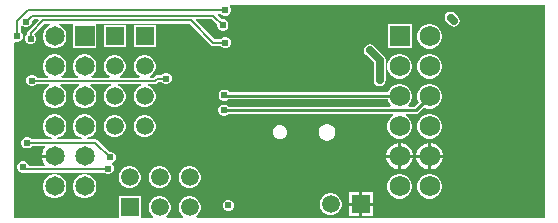
<source format=gbl>
G04*
G04 #@! TF.GenerationSoftware,Altium Limited,Altium Designer,23.3.1 (30)*
G04*
G04 Layer_Physical_Order=2*
G04 Layer_Color=16711680*
%FSLAX44Y44*%
%MOMM*%
G71*
G04*
G04 #@! TF.SameCoordinates,227133D6-10B2-4A23-B006-C6EDEEC3DFA4*
G04*
G04*
G04 #@! TF.FilePolarity,Positive*
G04*
G01*
G75*
%ADD12C,0.2540*%
%ADD16C,0.2032*%
%ADD34C,0.6350*%
%ADD37R,1.5000X1.5000*%
%ADD38C,1.5000*%
%ADD39R,1.6510X1.6510*%
%ADD40C,1.6510*%
%ADD41R,1.5000X1.5000*%
%ADD42C,1.7272*%
%ADD43R,1.6764X1.6764*%
%ADD44C,0.6096*%
G36*
X707316Y252805D02*
X412227D01*
X411887Y254074D01*
X412097Y254196D01*
X413824Y255923D01*
X415046Y258039D01*
X415678Y260399D01*
Y262841D01*
X415046Y265201D01*
X413824Y267317D01*
X412097Y269044D01*
X409981Y270266D01*
X407621Y270898D01*
X405178D01*
X402819Y270266D01*
X400703Y269044D01*
X398976Y267317D01*
X397754Y265201D01*
X397122Y262841D01*
Y260399D01*
X397754Y258039D01*
X398976Y255923D01*
X400703Y254196D01*
X400913Y254074D01*
X400573Y252805D01*
X386827D01*
X386487Y254074D01*
X386697Y254196D01*
X388424Y255923D01*
X389646Y258039D01*
X390278Y260399D01*
Y262841D01*
X389646Y265201D01*
X388424Y267317D01*
X386697Y269044D01*
X384581Y270266D01*
X382221Y270898D01*
X379779D01*
X377419Y270266D01*
X375303Y269044D01*
X373576Y267317D01*
X372354Y265201D01*
X371722Y262841D01*
Y260399D01*
X372354Y258039D01*
X373576Y255923D01*
X375303Y254196D01*
X375513Y254074D01*
X375173Y252805D01*
X364878D01*
Y270898D01*
X346322D01*
Y252805D01*
X257885D01*
Y400791D01*
X258941Y401496D01*
X259181Y401397D01*
X261101D01*
X262875Y402132D01*
X264232Y403489D01*
X264967Y405263D01*
Y407183D01*
X264232Y408956D01*
X263199Y409990D01*
Y414996D01*
X264469Y415522D01*
X265236Y414755D01*
X267010Y414020D01*
X268930D01*
X270704Y414755D01*
X272061Y416112D01*
X272796Y417886D01*
Y419643D01*
X274230Y421077D01*
X278114D01*
X278600Y419904D01*
X269701Y411004D01*
X269083Y410080D01*
X268866Y408990D01*
X268866Y408990D01*
Y408279D01*
X267689Y407102D01*
X266954Y405328D01*
Y403408D01*
X267689Y401634D01*
X269046Y400277D01*
X270820Y399542D01*
X272740D01*
X274514Y400277D01*
X275871Y401634D01*
X276606Y403408D01*
Y405328D01*
X275871Y407102D01*
X274863Y408110D01*
X283767Y417013D01*
X288038D01*
X288227Y415749D01*
X285940Y414428D01*
X284072Y412560D01*
X282751Y410273D01*
X282067Y407721D01*
Y405079D01*
X282751Y402527D01*
X284072Y400240D01*
X285940Y398372D01*
X288227Y397051D01*
X290779Y396367D01*
X293421D01*
X295973Y397051D01*
X298260Y398372D01*
X300128Y400240D01*
X301449Y402527D01*
X302133Y405079D01*
Y407721D01*
X301449Y410273D01*
X300128Y412560D01*
X298260Y414428D01*
X295973Y415749D01*
X296162Y417013D01*
X306437D01*
X307467Y416433D01*
X307467Y415743D01*
Y396367D01*
X327533D01*
Y415743D01*
X327533Y416433D01*
X328563Y417013D01*
X406236D01*
X424198Y399052D01*
X425122Y398434D01*
X426212Y398217D01*
X426212Y398217D01*
X432650D01*
X433892Y396975D01*
X435666Y396240D01*
X437586D01*
X439360Y396975D01*
X440717Y398332D01*
X441452Y400106D01*
Y402026D01*
X440717Y403800D01*
X439360Y405157D01*
X437586Y405892D01*
X435666D01*
X433892Y405157D01*
X432650Y403915D01*
X427392D01*
X411403Y419904D01*
X411889Y421077D01*
X425206D01*
X429601Y416682D01*
Y414925D01*
X430336Y413151D01*
X431693Y411794D01*
X433467Y411059D01*
X435387D01*
X437161Y411794D01*
X438518Y413151D01*
X439253Y414925D01*
Y416845D01*
X438518Y418619D01*
X437161Y419976D01*
X435387Y420711D01*
X433630D01*
X429865Y424476D01*
X430351Y425649D01*
X432623D01*
X433866Y424407D01*
X435640Y423672D01*
X437560D01*
X439333Y424407D01*
X440691Y425764D01*
X441426Y427538D01*
Y429458D01*
X440691Y431232D01*
X440197Y431726D01*
X440723Y432995D01*
X707316D01*
Y252805D01*
D02*
G37*
%LPC*%
G36*
X627380Y427198D02*
X625447Y426814D01*
X623809Y425719D01*
X622714Y424081D01*
X622330Y422148D01*
X622714Y420215D01*
X623809Y418577D01*
X626603Y415783D01*
X628241Y414688D01*
X630174Y414304D01*
X632107Y414688D01*
X633745Y415783D01*
X634840Y417421D01*
X635224Y419354D01*
X634840Y421287D01*
X633745Y422925D01*
X630951Y425719D01*
X629313Y426814D01*
X627380Y427198D01*
D02*
G37*
G36*
X377578Y415678D02*
X359022D01*
Y397122D01*
X377578D01*
Y415678D01*
D02*
G37*
G36*
X352178D02*
X333622D01*
Y397122D01*
X352178D01*
Y415678D01*
D02*
G37*
G36*
X594360Y416560D02*
X574040D01*
Y396240D01*
X594360D01*
Y416560D01*
D02*
G37*
G36*
X610971Y416814D02*
X608229D01*
X605580Y416104D01*
X603206Y414733D01*
X601267Y412794D01*
X599896Y410420D01*
X599186Y407771D01*
Y405029D01*
X599896Y402380D01*
X601267Y400006D01*
X603206Y398067D01*
X605580Y396696D01*
X608229Y395986D01*
X610971D01*
X613620Y396696D01*
X615994Y398067D01*
X617933Y400006D01*
X619304Y402380D01*
X620014Y405029D01*
Y407771D01*
X619304Y410420D01*
X617933Y412794D01*
X615994Y414733D01*
X613620Y416104D01*
X610971Y416814D01*
D02*
G37*
G36*
X318821Y391033D02*
X316179D01*
X313627Y390349D01*
X311340Y389028D01*
X309472Y387160D01*
X308151Y384873D01*
X307467Y382321D01*
Y379679D01*
X308151Y377127D01*
X309472Y374840D01*
X311340Y372972D01*
X311857Y372673D01*
X311517Y371403D01*
X298083D01*
X297743Y372673D01*
X298260Y372972D01*
X300128Y374840D01*
X301449Y377127D01*
X302133Y379679D01*
Y382321D01*
X301449Y384873D01*
X300128Y387160D01*
X298260Y389028D01*
X295973Y390349D01*
X293421Y391033D01*
X290779D01*
X288227Y390349D01*
X285940Y389028D01*
X284072Y387160D01*
X282751Y384873D01*
X282067Y382321D01*
Y379679D01*
X282751Y377127D01*
X284072Y374840D01*
X285940Y372972D01*
X286457Y372673D01*
X286117Y371403D01*
X277199D01*
X277141Y371542D01*
X275784Y372899D01*
X274010Y373634D01*
X272090D01*
X270316Y372899D01*
X268959Y371542D01*
X268224Y369768D01*
Y367848D01*
X268959Y366074D01*
X270316Y364717D01*
X272090Y363982D01*
X274010D01*
X275784Y364717D01*
X276772Y365705D01*
X286997D01*
X287337Y364435D01*
X285940Y363628D01*
X284072Y361760D01*
X282751Y359473D01*
X282067Y356921D01*
Y354279D01*
X282751Y351727D01*
X284072Y349440D01*
X285940Y347572D01*
X288227Y346251D01*
X290779Y345567D01*
X293421D01*
X295973Y346251D01*
X298260Y347572D01*
X300128Y349440D01*
X301449Y351727D01*
X302133Y354279D01*
Y356921D01*
X301449Y359473D01*
X300128Y361760D01*
X298260Y363628D01*
X296863Y364435D01*
X297203Y365705D01*
X312397D01*
X312737Y364435D01*
X311340Y363628D01*
X309472Y361760D01*
X308151Y359473D01*
X307467Y356921D01*
Y354279D01*
X308151Y351727D01*
X309472Y349440D01*
X311340Y347572D01*
X313627Y346251D01*
X316179Y345567D01*
X318821D01*
X321373Y346251D01*
X323660Y347572D01*
X325528Y349440D01*
X326849Y351727D01*
X327533Y354279D01*
Y356921D01*
X326849Y359473D01*
X325528Y361760D01*
X323660Y363628D01*
X322263Y364435D01*
X322603Y365705D01*
X339859D01*
X340026Y364435D01*
X339319Y364246D01*
X337203Y363024D01*
X335476Y361297D01*
X334254Y359181D01*
X333622Y356822D01*
Y354379D01*
X334254Y352019D01*
X335476Y349903D01*
X337203Y348176D01*
X339319Y346954D01*
X341679Y346322D01*
X344122D01*
X346481Y346954D01*
X348597Y348176D01*
X350324Y349903D01*
X351546Y352019D01*
X352178Y354379D01*
Y356822D01*
X351546Y359181D01*
X350324Y361297D01*
X348597Y363024D01*
X346481Y364246D01*
X345774Y364435D01*
X345941Y365705D01*
X365259D01*
X365426Y364435D01*
X364719Y364246D01*
X362603Y363024D01*
X360876Y361297D01*
X359654Y359181D01*
X359022Y356822D01*
Y354379D01*
X359654Y352019D01*
X360876Y349903D01*
X362603Y348176D01*
X364719Y346954D01*
X367079Y346322D01*
X369521D01*
X371881Y346954D01*
X373997Y348176D01*
X375724Y349903D01*
X376946Y352019D01*
X377578Y354379D01*
Y356822D01*
X376946Y359181D01*
X375724Y361297D01*
X373997Y363024D01*
X371881Y364246D01*
X371174Y364435D01*
X371341Y365705D01*
X376682D01*
X376682Y365705D01*
X377772Y365922D01*
X378696Y366540D01*
X379894Y367737D01*
X382358D01*
X383600Y366495D01*
X385374Y365760D01*
X387294D01*
X389068Y366495D01*
X390425Y367852D01*
X391160Y369626D01*
Y371546D01*
X390425Y373320D01*
X389068Y374677D01*
X387294Y375412D01*
X385374D01*
X383600Y374677D01*
X382358Y373435D01*
X378714D01*
X378714Y373435D01*
X377624Y373218D01*
X376700Y372600D01*
X375502Y371403D01*
X372773D01*
X372433Y372673D01*
X373997Y373576D01*
X375724Y375303D01*
X376946Y377419D01*
X377578Y379779D01*
Y382221D01*
X376946Y384581D01*
X375724Y386697D01*
X373997Y388424D01*
X371881Y389646D01*
X369521Y390278D01*
X367079D01*
X364719Y389646D01*
X362603Y388424D01*
X360876Y386697D01*
X359654Y384581D01*
X359022Y382221D01*
Y379779D01*
X359654Y377419D01*
X360876Y375303D01*
X362603Y373576D01*
X364167Y372673D01*
X363827Y371403D01*
X347373D01*
X347033Y372673D01*
X348597Y373576D01*
X350324Y375303D01*
X351546Y377419D01*
X352178Y379779D01*
Y382221D01*
X351546Y384581D01*
X350324Y386697D01*
X348597Y388424D01*
X346481Y389646D01*
X344122Y390278D01*
X341679D01*
X339319Y389646D01*
X337203Y388424D01*
X335476Y386697D01*
X334254Y384581D01*
X333622Y382221D01*
Y379779D01*
X334254Y377419D01*
X335476Y375303D01*
X337203Y373576D01*
X338767Y372673D01*
X338427Y371403D01*
X323483D01*
X323143Y372673D01*
X323660Y372972D01*
X325528Y374840D01*
X326849Y377127D01*
X327533Y379679D01*
Y382321D01*
X326849Y384873D01*
X325528Y387160D01*
X323660Y389028D01*
X321373Y390349D01*
X318821Y391033D01*
D02*
G37*
G36*
X610971Y391414D02*
X608229D01*
X605580Y390704D01*
X603206Y389333D01*
X601267Y387394D01*
X599896Y385020D01*
X599186Y382371D01*
Y379629D01*
X599896Y376980D01*
X601267Y374606D01*
X603206Y372667D01*
X605580Y371296D01*
X608229Y370586D01*
X610971D01*
X613620Y371296D01*
X615994Y372667D01*
X617933Y374606D01*
X619304Y376980D01*
X620014Y379629D01*
Y382371D01*
X619304Y385020D01*
X617933Y387394D01*
X615994Y389333D01*
X613620Y390704D01*
X610971Y391414D01*
D02*
G37*
G36*
X585571D02*
X582829D01*
X580180Y390704D01*
X577806Y389333D01*
X575867Y387394D01*
X574496Y385020D01*
X573786Y382371D01*
Y379629D01*
X574496Y376980D01*
X575867Y374606D01*
X577806Y372667D01*
X580180Y371296D01*
X582829Y370586D01*
X585571D01*
X588220Y371296D01*
X590594Y372667D01*
X592533Y374606D01*
X593904Y376980D01*
X594614Y379629D01*
Y382371D01*
X593904Y385020D01*
X592533Y387394D01*
X590594Y389333D01*
X588220Y390704D01*
X585571Y391414D01*
D02*
G37*
G36*
X559054Y399512D02*
X557121Y399128D01*
X555483Y398033D01*
X554388Y396395D01*
X554004Y394462D01*
X554388Y392529D01*
X555483Y390891D01*
X562132Y384242D01*
Y369170D01*
X562516Y367237D01*
X563611Y365599D01*
X565249Y364504D01*
X567182Y364120D01*
X569115Y364504D01*
X570753Y365599D01*
X571848Y367237D01*
X572232Y369170D01*
Y386334D01*
X571848Y388267D01*
X570753Y389905D01*
X562625Y398033D01*
X560987Y399128D01*
X559054Y399512D01*
D02*
G37*
G36*
X610971Y366014D02*
X608229D01*
X605580Y365304D01*
X603206Y363933D01*
X601267Y361994D01*
X599896Y359620D01*
X599186Y356971D01*
Y354229D01*
X599896Y351580D01*
X600368Y350763D01*
X596483Y346878D01*
X592001D01*
X591475Y348148D01*
X592533Y349206D01*
X593904Y351580D01*
X594614Y354229D01*
Y356971D01*
X593904Y359620D01*
X592533Y361994D01*
X590594Y363933D01*
X588220Y365304D01*
X585571Y366014D01*
X582829D01*
X580180Y365304D01*
X577806Y363933D01*
X575867Y361994D01*
X574496Y359620D01*
X574368Y359143D01*
X439873D01*
X439847Y359204D01*
X438490Y360561D01*
X436716Y361296D01*
X434796D01*
X433022Y360561D01*
X431665Y359204D01*
X430930Y357430D01*
Y355510D01*
X431665Y353736D01*
X433022Y352379D01*
X434796Y351644D01*
X436716D01*
X438490Y352379D01*
X439038Y352927D01*
X574135D01*
X574496Y351580D01*
X575867Y349206D01*
X576925Y348148D01*
X576399Y346878D01*
X439219D01*
X438236Y347861D01*
X436462Y348596D01*
X434542D01*
X432768Y347861D01*
X431411Y346504D01*
X430676Y344730D01*
Y342810D01*
X431411Y341036D01*
X432768Y339679D01*
X434542Y338944D01*
X436462D01*
X438236Y339679D01*
X439219Y340662D01*
X578953D01*
X579294Y339392D01*
X577806Y338533D01*
X575867Y336594D01*
X574496Y334220D01*
X573786Y331571D01*
Y328829D01*
X574496Y326180D01*
X575867Y323806D01*
X577806Y321867D01*
X580180Y320496D01*
X582829Y319786D01*
X585571D01*
X588220Y320496D01*
X590594Y321867D01*
X592533Y323806D01*
X593904Y326180D01*
X594614Y328829D01*
Y331571D01*
X593904Y334220D01*
X592533Y336594D01*
X590594Y338533D01*
X589106Y339392D01*
X589447Y340662D01*
X597770D01*
X598959Y340899D01*
X599967Y341572D01*
X604763Y346368D01*
X605580Y345896D01*
X608229Y345186D01*
X610971D01*
X613620Y345896D01*
X615994Y347267D01*
X617933Y349206D01*
X619304Y351580D01*
X620014Y354229D01*
Y356971D01*
X619304Y359620D01*
X617933Y361994D01*
X615994Y363933D01*
X613620Y365304D01*
X610971Y366014D01*
D02*
G37*
G36*
X369521Y339478D02*
X367079D01*
X364719Y338846D01*
X362603Y337624D01*
X360876Y335897D01*
X359654Y333781D01*
X359022Y331422D01*
Y328979D01*
X359654Y326619D01*
X360876Y324503D01*
X362603Y322776D01*
X364719Y321554D01*
X367079Y320922D01*
X369521D01*
X371881Y321554D01*
X373997Y322776D01*
X375724Y324503D01*
X376946Y326619D01*
X377578Y328979D01*
Y331422D01*
X376946Y333781D01*
X375724Y335897D01*
X373997Y337624D01*
X371881Y338846D01*
X369521Y339478D01*
D02*
G37*
G36*
X344122D02*
X341679D01*
X339319Y338846D01*
X337203Y337624D01*
X335476Y335897D01*
X334254Y333781D01*
X333622Y331422D01*
Y328979D01*
X334254Y326619D01*
X335476Y324503D01*
X337203Y322776D01*
X339319Y321554D01*
X341679Y320922D01*
X344122D01*
X346481Y321554D01*
X348597Y322776D01*
X350324Y324503D01*
X351546Y326619D01*
X352178Y328979D01*
Y331422D01*
X351546Y333781D01*
X350324Y335897D01*
X348597Y337624D01*
X346481Y338846D01*
X344122Y339478D01*
D02*
G37*
G36*
X610971Y340614D02*
X608229D01*
X605580Y339904D01*
X603206Y338533D01*
X601267Y336594D01*
X599896Y334220D01*
X599186Y331571D01*
Y328829D01*
X599896Y326180D01*
X601267Y323806D01*
X603206Y321867D01*
X605580Y320496D01*
X608229Y319786D01*
X610971D01*
X613620Y320496D01*
X615994Y321867D01*
X617933Y323806D01*
X619304Y326180D01*
X620014Y328829D01*
Y331571D01*
X619304Y334220D01*
X617933Y336594D01*
X615994Y338533D01*
X613620Y339904D01*
X610971Y340614D01*
D02*
G37*
G36*
X483799Y331148D02*
X481401D01*
X479185Y330230D01*
X477490Y328535D01*
X476572Y326319D01*
Y323921D01*
X477490Y321705D01*
X479185Y320010D01*
X481401Y319092D01*
X483799D01*
X486015Y320010D01*
X487710Y321705D01*
X488628Y323921D01*
Y326319D01*
X487710Y328535D01*
X486015Y330230D01*
X483799Y331148D01*
D02*
G37*
G36*
X318821Y340233D02*
X316179D01*
X313627Y339549D01*
X311340Y338228D01*
X309472Y336360D01*
X308151Y334073D01*
X307467Y331521D01*
Y328879D01*
X308151Y326327D01*
X309472Y324040D01*
X311340Y322172D01*
X313627Y320851D01*
X315501Y320349D01*
X315334Y319079D01*
X294266D01*
X294099Y320349D01*
X295973Y320851D01*
X298260Y322172D01*
X300128Y324040D01*
X301449Y326327D01*
X302133Y328879D01*
Y331521D01*
X301449Y334073D01*
X300128Y336360D01*
X298260Y338228D01*
X295973Y339549D01*
X293421Y340233D01*
X290779D01*
X288227Y339549D01*
X285940Y338228D01*
X284072Y336360D01*
X282751Y334073D01*
X282067Y331521D01*
Y328879D01*
X282751Y326327D01*
X284072Y324040D01*
X285940Y322172D01*
X288227Y320851D01*
X290101Y320349D01*
X289934Y319079D01*
X272708D01*
X271466Y320321D01*
X269692Y321056D01*
X267772D01*
X265998Y320321D01*
X264641Y318964D01*
X263906Y317190D01*
Y315270D01*
X264641Y313496D01*
X265998Y312139D01*
X267772Y311404D01*
X269692D01*
X271466Y312139D01*
X272708Y313381D01*
X283755D01*
X284242Y312208D01*
X283462Y311428D01*
X282041Y308967D01*
X281305Y306221D01*
Y306070D01*
X292100D01*
Y303530D01*
X281305D01*
Y303379D01*
X282041Y300633D01*
X283462Y298172D01*
X283860Y297773D01*
X283375Y296600D01*
X270256D01*
Y296616D01*
X269521Y298390D01*
X268164Y299747D01*
X266390Y300482D01*
X264470D01*
X262696Y299747D01*
X261339Y298390D01*
X260604Y296616D01*
Y294696D01*
X261339Y292922D01*
X262696Y291565D01*
X264470Y290830D01*
X266390D01*
X266814Y291006D01*
X267335Y290902D01*
X267335Y290902D01*
X333971D01*
X334578Y290295D01*
X336352Y289560D01*
X338272D01*
X340046Y290295D01*
X341403Y291652D01*
X342138Y293426D01*
Y295346D01*
X341403Y297120D01*
X340679Y297844D01*
X340977Y299342D01*
X341824Y299693D01*
X343181Y301050D01*
X343916Y302824D01*
Y304744D01*
X343181Y306518D01*
X341824Y307875D01*
X340050Y308610D01*
X338293D01*
X328658Y318244D01*
X327734Y318862D01*
X326644Y319079D01*
X326644Y319079D01*
X319666D01*
X319499Y320349D01*
X321373Y320851D01*
X323660Y322172D01*
X325528Y324040D01*
X326849Y326327D01*
X327533Y328879D01*
Y331521D01*
X326849Y334073D01*
X325528Y336360D01*
X323660Y338228D01*
X321373Y339549D01*
X318821Y340233D01*
D02*
G37*
G36*
X523525Y332148D02*
X521675D01*
X519887Y331669D01*
X518285Y330744D01*
X516976Y329435D01*
X516051Y327833D01*
X515572Y326045D01*
Y324195D01*
X516051Y322407D01*
X516976Y320805D01*
X518285Y319496D01*
X519887Y318571D01*
X521675Y318092D01*
X523525D01*
X525313Y318571D01*
X526915Y319496D01*
X528224Y320805D01*
X529149Y322407D01*
X529628Y324195D01*
Y326045D01*
X529149Y327833D01*
X528224Y329435D01*
X526915Y330744D01*
X525313Y331669D01*
X523525Y332148D01*
D02*
G37*
G36*
X611071Y315976D02*
X610870D01*
Y306070D01*
X620776D01*
Y306271D01*
X620014Y309114D01*
X618543Y311662D01*
X616462Y313743D01*
X613914Y315214D01*
X611071Y315976D01*
D02*
G37*
G36*
X608330D02*
X608129D01*
X605286Y315214D01*
X602738Y313743D01*
X600657Y311662D01*
X599186Y309114D01*
X598424Y306271D01*
Y306070D01*
X608330D01*
Y315976D01*
D02*
G37*
G36*
X585671D02*
X585470D01*
Y306070D01*
X595376D01*
Y306271D01*
X594614Y309114D01*
X593143Y311662D01*
X591062Y313743D01*
X588514Y315214D01*
X585671Y315976D01*
D02*
G37*
G36*
X582930D02*
X582729D01*
X579886Y315214D01*
X577338Y313743D01*
X575257Y311662D01*
X573786Y309114D01*
X573024Y306271D01*
Y306070D01*
X582930D01*
Y315976D01*
D02*
G37*
G36*
X620776Y303530D02*
X610870D01*
Y293624D01*
X611071D01*
X613914Y294386D01*
X616462Y295857D01*
X618543Y297938D01*
X620014Y300486D01*
X620776Y303329D01*
Y303530D01*
D02*
G37*
G36*
X608330D02*
X598424D01*
Y303329D01*
X599186Y300486D01*
X600657Y297938D01*
X602738Y295857D01*
X605286Y294386D01*
X608129Y293624D01*
X608330D01*
Y303530D01*
D02*
G37*
G36*
X595376D02*
X585470D01*
Y293624D01*
X585671D01*
X588514Y294386D01*
X591062Y295857D01*
X593143Y297938D01*
X594614Y300486D01*
X595376Y303329D01*
Y303530D01*
D02*
G37*
G36*
X582930D02*
X573024D01*
Y303329D01*
X573786Y300486D01*
X575257Y297938D01*
X577338Y295857D01*
X579886Y294386D01*
X582729Y293624D01*
X582930D01*
Y303530D01*
D02*
G37*
G36*
X407621Y296298D02*
X405178D01*
X402819Y295666D01*
X400703Y294444D01*
X398976Y292717D01*
X397754Y290601D01*
X397122Y288242D01*
Y285798D01*
X397754Y283439D01*
X398976Y281323D01*
X400703Y279596D01*
X402819Y278374D01*
X405178Y277742D01*
X407621D01*
X409981Y278374D01*
X412097Y279596D01*
X413824Y281323D01*
X415046Y283439D01*
X415678Y285798D01*
Y288242D01*
X415046Y290601D01*
X413824Y292717D01*
X412097Y294444D01*
X409981Y295666D01*
X407621Y296298D01*
D02*
G37*
G36*
X382221D02*
X379779D01*
X377419Y295666D01*
X375303Y294444D01*
X373576Y292717D01*
X372354Y290601D01*
X371722Y288242D01*
Y285798D01*
X372354Y283439D01*
X373576Y281323D01*
X375303Y279596D01*
X377419Y278374D01*
X379779Y277742D01*
X382221D01*
X384581Y278374D01*
X386697Y279596D01*
X388424Y281323D01*
X389646Y283439D01*
X390278Y285798D01*
Y288242D01*
X389646Y290601D01*
X388424Y292717D01*
X386697Y294444D01*
X384581Y295666D01*
X382221Y296298D01*
D02*
G37*
G36*
X356822D02*
X354379D01*
X352019Y295666D01*
X349903Y294444D01*
X348176Y292717D01*
X346954Y290601D01*
X346322Y288242D01*
Y285798D01*
X346954Y283439D01*
X348176Y281323D01*
X349903Y279596D01*
X352019Y278374D01*
X354379Y277742D01*
X356822D01*
X359181Y278374D01*
X361297Y279596D01*
X363024Y281323D01*
X364246Y283439D01*
X364878Y285798D01*
Y288242D01*
X364246Y290601D01*
X363024Y292717D01*
X361297Y294444D01*
X359181Y295666D01*
X356822Y296298D01*
D02*
G37*
G36*
X318821Y289433D02*
X316179D01*
X313627Y288749D01*
X311340Y287428D01*
X309472Y285560D01*
X308151Y283273D01*
X307467Y280721D01*
Y278079D01*
X308151Y275527D01*
X309472Y273240D01*
X311340Y271372D01*
X313627Y270051D01*
X316179Y269367D01*
X318821D01*
X321373Y270051D01*
X323660Y271372D01*
X325528Y273240D01*
X326849Y275527D01*
X327533Y278079D01*
Y280721D01*
X326849Y283273D01*
X325528Y285560D01*
X323660Y287428D01*
X321373Y288749D01*
X318821Y289433D01*
D02*
G37*
G36*
X293421D02*
X290779D01*
X288227Y288749D01*
X285940Y287428D01*
X284072Y285560D01*
X282751Y283273D01*
X282067Y280721D01*
Y278079D01*
X282751Y275527D01*
X284072Y273240D01*
X285940Y271372D01*
X288227Y270051D01*
X290779Y269367D01*
X293421D01*
X295973Y270051D01*
X298260Y271372D01*
X300128Y273240D01*
X301449Y275527D01*
X302133Y278079D01*
Y280721D01*
X301449Y283273D01*
X300128Y285560D01*
X298260Y287428D01*
X295973Y288749D01*
X293421Y289433D01*
D02*
G37*
G36*
X610971Y289814D02*
X608229D01*
X605580Y289104D01*
X603206Y287733D01*
X601267Y285794D01*
X599896Y283420D01*
X599186Y280771D01*
Y278029D01*
X599896Y275380D01*
X601267Y273006D01*
X603206Y271067D01*
X605580Y269696D01*
X608229Y268986D01*
X610971D01*
X613620Y269696D01*
X615994Y271067D01*
X617933Y273006D01*
X619304Y275380D01*
X620014Y278029D01*
Y280771D01*
X619304Y283420D01*
X617933Y285794D01*
X615994Y287733D01*
X613620Y289104D01*
X610971Y289814D01*
D02*
G37*
G36*
X585571D02*
X582829D01*
X580180Y289104D01*
X577806Y287733D01*
X575867Y285794D01*
X574496Y283420D01*
X573786Y280771D01*
Y278029D01*
X574496Y275380D01*
X575867Y273006D01*
X577806Y271067D01*
X580180Y269696D01*
X582829Y268986D01*
X585571D01*
X588220Y269696D01*
X590594Y271067D01*
X592533Y273006D01*
X593904Y275380D01*
X594614Y278029D01*
Y280771D01*
X593904Y283420D01*
X592533Y285794D01*
X590594Y287733D01*
X588220Y289104D01*
X585571Y289814D01*
D02*
G37*
G36*
X561220Y274200D02*
X552450D01*
Y265430D01*
X561220D01*
Y274200D01*
D02*
G37*
G36*
X549910D02*
X541140D01*
Y265430D01*
X549910D01*
Y274200D01*
D02*
G37*
G36*
X440126Y267970D02*
X438206D01*
X436432Y267235D01*
X435075Y265878D01*
X434340Y264104D01*
Y262184D01*
X435075Y260410D01*
X436432Y259053D01*
X438206Y258318D01*
X440126D01*
X441900Y259053D01*
X443257Y260410D01*
X443992Y262184D01*
Y264104D01*
X443257Y265878D01*
X441900Y267235D01*
X440126Y267970D01*
D02*
G37*
G36*
X527001Y273438D02*
X524558D01*
X522199Y272806D01*
X520083Y271584D01*
X518356Y269857D01*
X517134Y267741D01*
X516502Y265382D01*
Y262938D01*
X517134Y260579D01*
X518356Y258463D01*
X520083Y256736D01*
X522199Y255514D01*
X524558Y254882D01*
X527001D01*
X529361Y255514D01*
X531477Y256736D01*
X533204Y258463D01*
X534426Y260579D01*
X535058Y262938D01*
Y265382D01*
X534426Y267741D01*
X533204Y269857D01*
X531477Y271584D01*
X529361Y272806D01*
X527001Y273438D01*
D02*
G37*
G36*
X561220Y262890D02*
X552450D01*
Y254120D01*
X561220D01*
Y262890D01*
D02*
G37*
G36*
X549910D02*
X541140D01*
Y254120D01*
X549910D01*
Y262890D01*
D02*
G37*
%LPD*%
D12*
X597770Y343770D02*
X609600Y355600D01*
X435502Y343770D02*
X597770D01*
X435756Y356470D02*
X436191Y356035D01*
X583765D02*
X584200Y355600D01*
X436191Y356035D02*
X583765D01*
D16*
X271715Y404433D02*
X271780Y404368D01*
X271715Y408990D02*
X282587Y419862D01*
X407416D01*
X271715Y404433D02*
Y408990D01*
X426386Y423926D02*
X434427Y415885D01*
X407416Y419862D02*
X426212Y401066D01*
X273050Y423926D02*
X426386D01*
X267970Y418846D02*
X273050Y423926D01*
X269360Y428498D02*
X436600D01*
X260350Y419488D02*
X269360Y428498D01*
X260350Y406432D02*
Y419488D01*
X260141Y406223D02*
X260350Y406432D01*
X426212Y401066D02*
X436626D01*
X273050Y368808D02*
X273304Y368554D01*
X376682D01*
X268732Y316230D02*
X326644D01*
X339090Y303784D01*
X265430Y295656D02*
X267335Y293751D01*
X336677D01*
X337312Y294386D01*
X376682Y368554D02*
X378714Y370586D01*
X386334D01*
D34*
X559054Y394462D02*
X567182Y386334D01*
Y369170D02*
Y386334D01*
X627380Y422148D02*
X630174Y419354D01*
D37*
X551180Y264160D02*
D03*
X355600Y261620D02*
D03*
D38*
X525780Y264160D02*
D03*
X368300Y381000D02*
D03*
Y355600D02*
D03*
Y330200D02*
D03*
X342900Y381000D02*
D03*
Y355600D02*
D03*
Y330200D02*
D03*
X355600Y287020D02*
D03*
X381000Y261620D02*
D03*
Y287020D02*
D03*
X406400Y261620D02*
D03*
Y287020D02*
D03*
D39*
X317500Y406400D02*
D03*
D40*
Y381000D02*
D03*
Y355600D02*
D03*
Y330200D02*
D03*
Y304800D02*
D03*
Y279400D02*
D03*
X292100Y406400D02*
D03*
Y381000D02*
D03*
Y355600D02*
D03*
Y330200D02*
D03*
Y304800D02*
D03*
Y279400D02*
D03*
D41*
X368300Y406400D02*
D03*
X342900D02*
D03*
D42*
X609600Y279400D02*
D03*
Y304800D02*
D03*
Y330200D02*
D03*
Y355600D02*
D03*
Y381000D02*
D03*
Y406400D02*
D03*
X584200Y279400D02*
D03*
Y304800D02*
D03*
Y330200D02*
D03*
Y355600D02*
D03*
Y381000D02*
D03*
D43*
Y406400D02*
D03*
D44*
X346456Y312420D02*
D03*
X501142Y326898D02*
D03*
Y372872D02*
D03*
X435756Y356470D02*
D03*
X435502Y343770D02*
D03*
X456438Y320294D02*
D03*
X271780Y404368D02*
D03*
X267970Y418846D02*
D03*
X260141Y406223D02*
D03*
X436626Y401066D02*
D03*
X434427Y415885D02*
D03*
X436600Y428498D02*
D03*
X273050Y368808D02*
D03*
X268732Y316230D02*
D03*
X339090Y303784D02*
D03*
X265430Y295656D02*
D03*
X337312Y294386D02*
D03*
X386334Y370586D02*
D03*
X439166Y263144D02*
D03*
X559054Y394462D02*
D03*
X602488Y429260D02*
D03*
X501396Y406654D02*
D03*
X567182Y369170D02*
D03*
X630174Y419354D02*
D03*
M02*

</source>
